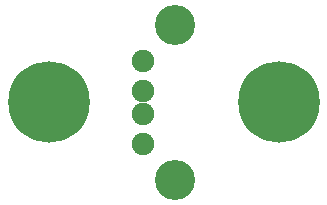
<source format=gbs>
G04 #@! TF.FileFunction,Soldermask,Bot*
%FSLAX46Y46*%
G04 Gerber Fmt 4.6, Leading zero omitted, Abs format (unit mm)*
G04 Created by KiCad (PCBNEW 4.0.7) date 12/19/17 23:32:23*
%MOMM*%
%LPD*%
G01*
G04 APERTURE LIST*
%ADD10C,0.100000*%
%ADD11C,6.900000*%
%ADD12C,1.900000*%
%ADD13C,3.400000*%
G04 APERTURE END LIST*
D10*
D11*
X159750000Y-100000000D03*
X140250000Y-100000000D03*
D12*
X148250000Y-96500000D03*
X148250000Y-99000000D03*
X148250000Y-101000000D03*
X148250000Y-103500000D03*
D13*
X150960000Y-93430000D03*
X150960000Y-106570000D03*
M02*

</source>
